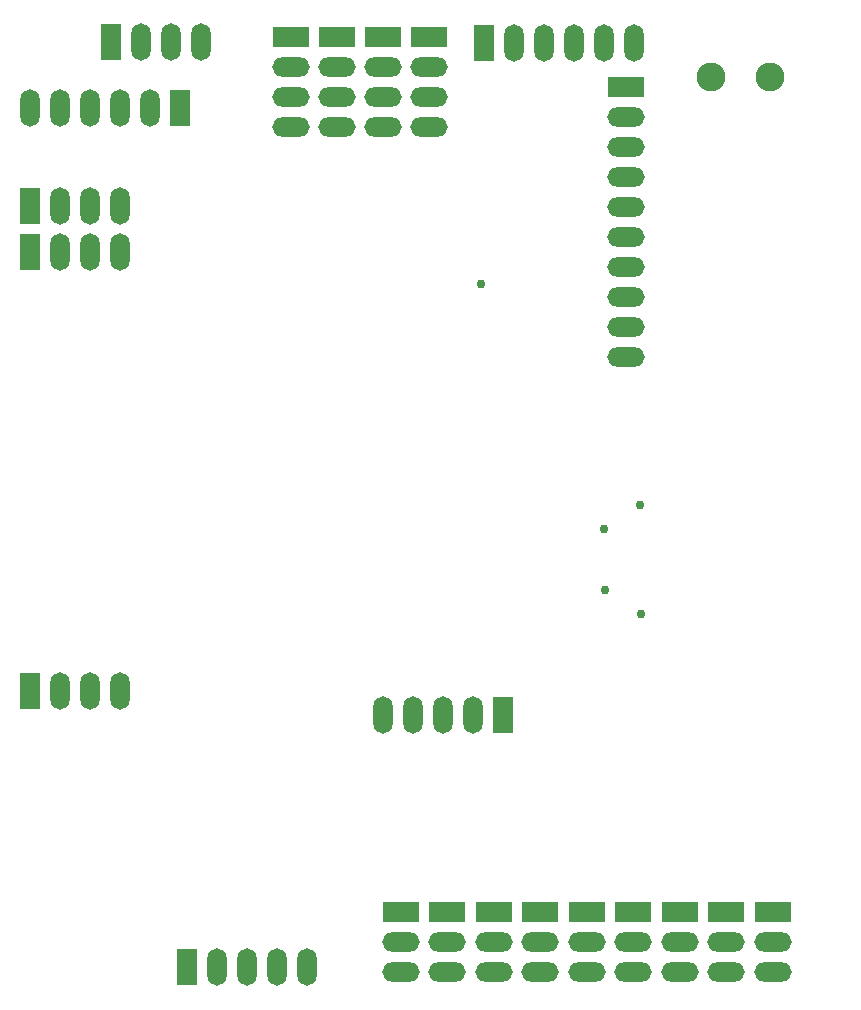
<source format=gbs>
G04*
G04 #@! TF.GenerationSoftware,Altium Limited,Altium Designer,21.9.2 (33)*
G04*
G04 Layer_Color=16711935*
%FSLAX25Y25*%
%MOIN*%
G70*
G04*
G04 #@! TF.SameCoordinates,4D01AB76-DD33-443A-9DFE-E83AFE04FE17*
G04*
G04*
G04 #@! TF.FilePolarity,Negative*
G04*
G01*
G75*
%ADD71C,0.00591*%
%ADD72O,0.06528X0.12465*%
%ADD73R,0.06528X0.12465*%
%ADD74R,0.12465X0.06528*%
%ADD75O,0.12465X0.06528*%
%ADD76C,0.09646*%
%ADD77C,0.02953*%
D71*
X14173Y320472D02*
D03*
X285039D02*
D03*
X14173Y14173D02*
D03*
X285039D02*
D03*
D72*
X45197Y298819D02*
D03*
X35197D02*
D03*
X55197D02*
D03*
X25197D02*
D03*
X15197D02*
D03*
X186457Y320472D02*
D03*
X196457D02*
D03*
X176457D02*
D03*
X206457D02*
D03*
X216457D02*
D03*
X152854Y96653D02*
D03*
X142854D02*
D03*
X162854D02*
D03*
X132854D02*
D03*
X87500Y12539D02*
D03*
X97500D02*
D03*
X77500D02*
D03*
X107500D02*
D03*
X52047Y320866D02*
D03*
X72047D02*
D03*
X62047D02*
D03*
X25197Y266142D02*
D03*
X45197D02*
D03*
X35197D02*
D03*
X25197Y104724D02*
D03*
X45197D02*
D03*
X35197D02*
D03*
X25197Y250787D02*
D03*
X45197D02*
D03*
X35197D02*
D03*
D73*
X65197Y298819D02*
D03*
X166457Y320472D02*
D03*
X172854Y96653D02*
D03*
X67500Y12539D02*
D03*
X42047Y320866D02*
D03*
X15197Y266142D02*
D03*
Y104724D02*
D03*
Y250787D02*
D03*
D74*
X169638Y31000D02*
D03*
X154138D02*
D03*
X185138D02*
D03*
X200638D02*
D03*
X216138D02*
D03*
X247138D02*
D03*
X262638D02*
D03*
X138638D02*
D03*
X231638D02*
D03*
X213779Y305827D02*
D03*
X117323Y322756D02*
D03*
X101969D02*
D03*
X148031D02*
D03*
X132677D02*
D03*
D75*
X169638Y21000D02*
D03*
Y11000D02*
D03*
X154138Y21000D02*
D03*
Y11000D02*
D03*
X185138Y21000D02*
D03*
Y11000D02*
D03*
X200638Y21000D02*
D03*
Y11000D02*
D03*
X216138Y21000D02*
D03*
Y11000D02*
D03*
X247138Y21000D02*
D03*
Y11000D02*
D03*
X262638Y21000D02*
D03*
Y11000D02*
D03*
X138638Y21000D02*
D03*
Y11000D02*
D03*
X231638Y21000D02*
D03*
Y11000D02*
D03*
X213798Y215845D02*
D03*
Y225831D02*
D03*
Y235846D02*
D03*
X213779Y245827D02*
D03*
Y285827D02*
D03*
Y275827D02*
D03*
Y295827D02*
D03*
Y265827D02*
D03*
Y255827D02*
D03*
X117323Y312756D02*
D03*
Y292756D02*
D03*
Y302756D02*
D03*
X101969Y312756D02*
D03*
Y292756D02*
D03*
Y302756D02*
D03*
X148031Y312756D02*
D03*
Y292756D02*
D03*
Y302756D02*
D03*
X132677Y312756D02*
D03*
Y292756D02*
D03*
Y302756D02*
D03*
D76*
X242126Y309449D02*
D03*
X261811D02*
D03*
D77*
X165354Y240256D02*
D03*
X218898Y130315D02*
D03*
X218504Y166535D02*
D03*
X206693Y138189D02*
D03*
X206299Y158661D02*
D03*
M02*

</source>
